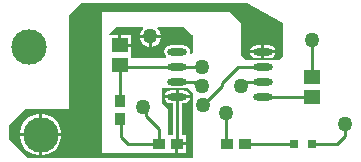
<source format=gtl>
G04*
G04 #@! TF.GenerationSoftware,Altium Limited,Altium Designer,21.5.1 (32)*
G04*
G04 Layer_Physical_Order=1*
G04 Layer_Color=255*
%FSLAX25Y25*%
%MOIN*%
G70*
G04*
G04 #@! TF.SameCoordinates,27B40785-D3C1-427D-BBF8-63A11A4F9794*
G04*
G04*
G04 #@! TF.FilePolarity,Positive*
G04*
G01*
G75*
%ADD14C,0.01000*%
%ADD15O,0.06496X0.02362*%
%ADD16R,0.03937X0.03740*%
%ADD17R,0.05512X0.04724*%
%ADD18R,0.03740X0.03937*%
%ADD19R,0.03150X0.03150*%
%ADD28C,0.11811*%
%ADD29C,0.05000*%
G36*
X170079Y162205D02*
X170472D01*
Y156299D01*
X169995Y155822D01*
X169882Y155836D01*
X169483Y156393D01*
X169547Y156713D01*
X169377Y157564D01*
X168895Y158285D01*
X168174Y158767D01*
X167323Y158936D01*
X163189D01*
X162338Y158767D01*
X161617Y158285D01*
X161134Y157564D01*
X160965Y156713D01*
X161134Y155862D01*
X161560Y155224D01*
X161407Y154724D01*
X149819D01*
Y158358D01*
X146063D01*
Y158858D01*
X145563D01*
Y162221D01*
X142849D01*
X142642Y162721D01*
X144882Y164961D01*
X153792D01*
X153999Y164461D01*
X153498Y163960D01*
X153038Y163162D01*
X152810Y162311D01*
X159789D01*
X159561Y163162D01*
X159100Y163960D01*
X158599Y164461D01*
X158807Y164961D01*
X167323D01*
X170079Y162205D01*
D02*
G37*
G36*
X200394Y166142D02*
Y155118D01*
X199213Y153937D01*
X188189D01*
X186614Y155512D01*
Y166142D01*
X182677Y170079D01*
X140157D01*
Y123228D01*
X140551Y122835D01*
X162205D01*
Y123114D01*
X164657D01*
Y125984D01*
X165157D01*
Y126484D01*
X168126D01*
Y128854D01*
X166785D01*
Y139489D01*
X167323D01*
X168174Y139658D01*
X168895Y140140D01*
X169377Y140862D01*
X169447Y141213D01*
X165256D01*
X161065D01*
X161134Y140862D01*
X161617Y140140D01*
X162338Y139658D01*
X163189Y139489D01*
X163726D01*
Y128854D01*
X162205D01*
Y137795D01*
X160236Y139764D01*
Y144488D01*
X168898D01*
X170472Y142913D01*
Y121260D01*
X115354D01*
X109055Y127559D01*
X109055Y132283D01*
X114567Y137795D01*
X129134D01*
Y168898D01*
X133071Y172835D01*
X188583D01*
X200394Y166142D01*
D02*
G37*
%LPC*%
G36*
X149819Y162221D02*
X146563D01*
Y159358D01*
X149819D01*
Y162221D01*
D02*
G37*
G36*
X159789Y161311D02*
X156799D01*
Y158321D01*
X157650Y158549D01*
X158448Y159010D01*
X159100Y159662D01*
X159561Y160460D01*
X159789Y161311D01*
D02*
G37*
G36*
X155799D02*
X152810D01*
X153038Y160460D01*
X153498Y159662D01*
X154150Y159010D01*
X154948Y158549D01*
X155799Y158321D01*
Y161311D01*
D02*
G37*
G36*
X195866Y158936D02*
X194299D01*
Y157213D01*
X197991D01*
X197921Y157564D01*
X197439Y158285D01*
X196717Y158767D01*
X195866Y158936D01*
D02*
G37*
G36*
X193299D02*
X191732D01*
X190881Y158767D01*
X190160Y158285D01*
X189678Y157564D01*
X189608Y157213D01*
X193299D01*
Y158936D01*
D02*
G37*
G36*
X197991Y156213D02*
X194299D01*
Y154489D01*
X195866D01*
X196717Y154658D01*
X197439Y155140D01*
X197921Y155862D01*
X197991Y156213D01*
D02*
G37*
G36*
X193299D02*
X189608D01*
X189678Y155862D01*
X190160Y155140D01*
X190881Y154658D01*
X191732Y154489D01*
X193299D01*
Y156213D01*
D02*
G37*
G36*
X167323Y143936D02*
X165756D01*
Y142213D01*
X169447D01*
X169377Y142564D01*
X168895Y143285D01*
X168174Y143767D01*
X167323Y143936D01*
D02*
G37*
G36*
X164756D02*
X163189D01*
X162338Y143767D01*
X161617Y143285D01*
X161134Y142564D01*
X161065Y142213D01*
X164756D01*
Y143936D01*
D02*
G37*
G36*
X120365Y136039D02*
X120185D01*
Y129634D01*
X126591D01*
Y129814D01*
X126325Y131148D01*
X125805Y132405D01*
X125049Y133536D01*
X124087Y134498D01*
X122956Y135253D01*
X121699Y135774D01*
X120365Y136039D01*
D02*
G37*
G36*
X119185D02*
X119005D01*
X117671Y135774D01*
X116414Y135253D01*
X115283Y134498D01*
X114321Y133536D01*
X113566Y132405D01*
X113045Y131148D01*
X112779Y129814D01*
Y129634D01*
X119185D01*
Y136039D01*
D02*
G37*
G36*
X168126Y125484D02*
X165657D01*
Y123114D01*
X168126D01*
Y125484D01*
D02*
G37*
G36*
X126591Y128634D02*
X120185D01*
Y122228D01*
X120365D01*
X121699Y122494D01*
X122956Y123014D01*
X124087Y123770D01*
X125049Y124732D01*
X125805Y125863D01*
X126325Y127120D01*
X126591Y128454D01*
Y128634D01*
D02*
G37*
G36*
X119185D02*
X112779D01*
Y128454D01*
X113045Y127120D01*
X113566Y125863D01*
X114321Y124732D01*
X115283Y123770D01*
X116414Y123014D01*
X117671Y122494D01*
X119005Y122228D01*
X119185D01*
Y128634D01*
D02*
G37*
%LPD*%
D14*
X218664Y125984D02*
X221260Y128580D01*
Y132677D01*
X210236Y125984D02*
X218664D01*
X163689Y157342D02*
X164318Y156713D01*
X165256D01*
X210236Y148228D02*
Y160630D01*
X159153Y125984D02*
Y131004D01*
X154702Y135455D02*
Y137424D01*
X153937Y138189D02*
X154702Y137424D01*
Y135455D02*
X159153Y131004D01*
X180176Y146318D02*
X185571Y151713D01*
X180176Y145137D02*
Y146318D01*
X174016Y138976D02*
X180176Y145137D01*
X165256Y126083D02*
Y141713D01*
X165157Y125984D02*
X165256Y126083D01*
X170762Y146713D02*
X172297Y145178D01*
X185571Y151713D02*
X193799D01*
X172297Y145178D02*
X173379D01*
X165256Y151713D02*
X173484D01*
X173622Y151575D01*
X146063Y140157D02*
Y152165D01*
X165256Y146713D02*
X170762D01*
X148819Y125984D02*
X159252D01*
X165256Y141713D02*
X165709D01*
X188051Y146713D02*
X193799D01*
X186614Y145276D02*
X188051Y146713D01*
X181496Y126378D02*
X181890Y125984D01*
X181496Y126378D02*
Y136221D01*
X187795Y125984D02*
X204331D01*
X193799Y141713D02*
X210059D01*
X210236Y141535D01*
X146457Y128347D02*
X148819Y125984D01*
X146457Y128347D02*
Y133858D01*
X146063Y134252D02*
X146457Y133858D01*
X146063Y152165D02*
X146516Y151713D01*
X165256D01*
D15*
Y156713D02*
D03*
Y151713D02*
D03*
Y146713D02*
D03*
Y141713D02*
D03*
X193799Y156713D02*
D03*
Y151713D02*
D03*
Y146713D02*
D03*
Y141713D02*
D03*
D16*
X159252Y125984D02*
D03*
X165157D02*
D03*
X187795D02*
D03*
X181890D02*
D03*
D17*
X146063Y158858D02*
D03*
Y152165D02*
D03*
X210236Y148228D02*
D03*
Y141535D02*
D03*
D18*
X146063Y140157D02*
D03*
Y134252D02*
D03*
D19*
X204331Y125984D02*
D03*
X210236D02*
D03*
D28*
X119685Y129134D02*
D03*
X115748Y158268D02*
D03*
D29*
X221260Y132677D02*
D03*
X210236Y160630D02*
D03*
X156299Y161811D02*
D03*
X174016Y138976D02*
D03*
X153937Y138189D02*
D03*
X173379Y145178D02*
D03*
X173622Y151575D02*
D03*
X186614Y145276D02*
D03*
X181496Y136221D02*
D03*
M02*

</source>
